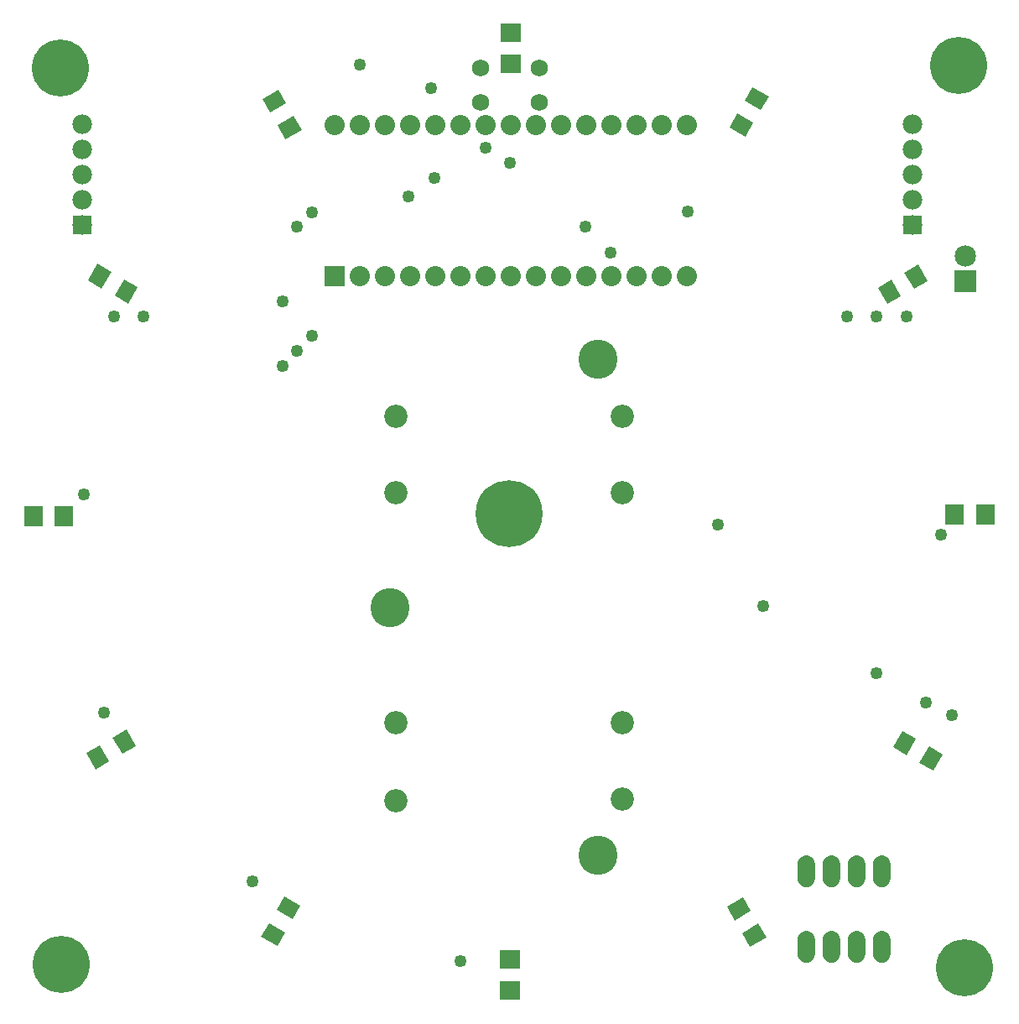
<source format=gbs>
G04 MADE WITH FRITZING*
G04 WWW.FRITZING.ORG*
G04 DOUBLE SIDED*
G04 HOLES PLATED*
G04 CONTOUR ON CENTER OF CONTOUR VECTOR*
%ASAXBY*%
%FSLAX23Y23*%
%MOIN*%
%OFA0B0*%
%SFA1.0B1.0*%
%ADD10C,0.049370*%
%ADD11C,0.085000*%
%ADD12C,0.068189*%
%ADD13C,0.069055*%
%ADD14C,0.080000*%
%ADD15C,0.092677*%
%ADD16C,0.265905*%
%ADD17C,0.155669*%
%ADD18C,0.226535*%
%ADD19C,0.077559*%
%ADD20R,0.085000X0.085000*%
%ADD21R,0.080000X0.079972*%
%ADD22R,0.084803X0.072992*%
%ADD23R,0.077559X0.077559*%
%ADD24R,0.072992X0.084803*%
%ADD25C,0.010000*%
%ADD26R,0.001000X0.001000*%
%LNMASK0*%
G90*
G70*
G54D10*
X3682Y1888D03*
X3726Y1169D03*
G54D11*
X3780Y2892D03*
X3780Y2992D03*
G54D12*
X3147Y250D03*
X3247Y250D03*
X3347Y250D03*
X3447Y250D03*
X3447Y550D03*
X3347Y550D03*
X3247Y550D03*
X3147Y550D03*
G54D10*
X1654Y3660D03*
X1373Y3752D03*
G54D13*
X1851Y3739D03*
X1851Y3605D03*
X1851Y3739D03*
X1851Y3605D03*
X2087Y3739D03*
X2087Y3605D03*
X2087Y3739D03*
X2087Y3605D03*
G54D14*
X1273Y2914D03*
X1373Y2914D03*
X1473Y2914D03*
X1573Y2914D03*
X1673Y2914D03*
X1773Y2914D03*
X1873Y2914D03*
X1973Y2914D03*
X2073Y2914D03*
X2173Y2914D03*
X2273Y2914D03*
X2373Y2914D03*
X2473Y2914D03*
X2573Y2914D03*
X2673Y2914D03*
X1273Y3514D03*
X1373Y3514D03*
X1473Y3514D03*
X1573Y3514D03*
X1673Y3514D03*
X1773Y3514D03*
X1873Y3514D03*
X1973Y3514D03*
X2073Y3514D03*
X2173Y3514D03*
X2273Y3514D03*
X2373Y3514D03*
X2473Y3514D03*
X2573Y3514D03*
X2673Y3514D03*
G54D10*
X1772Y195D03*
X945Y510D03*
X355Y1179D03*
X394Y2754D03*
X512Y2754D03*
X276Y2046D03*
X1123Y2616D03*
X1182Y2676D03*
X1182Y3168D03*
X1123Y3109D03*
X2269Y3110D03*
X2675Y3169D03*
X2974Y1604D03*
X2370Y3008D03*
X3426Y2754D03*
X3544Y2754D03*
X3623Y1219D03*
X3426Y1337D03*
X3308Y2754D03*
X2796Y1927D03*
X1670Y3305D03*
X1969Y3365D03*
X1567Y3230D03*
X1871Y3424D03*
G54D15*
X2415Y2358D03*
X2415Y2055D03*
X1515Y2055D03*
X1515Y2358D03*
X1515Y829D03*
X1515Y1140D03*
X2415Y1140D03*
X2415Y837D03*
G54D16*
X1965Y1971D03*
G54D17*
X2319Y2582D03*
X1492Y1597D03*
X2319Y613D03*
G54D18*
X184Y181D03*
X3751Y3749D03*
X183Y3741D03*
X3776Y167D03*
G54D19*
X269Y3117D03*
X269Y3217D03*
X269Y3317D03*
X269Y3417D03*
X269Y3517D03*
X3569Y3117D03*
X3569Y3217D03*
X3569Y3317D03*
X3569Y3417D03*
X3569Y3517D03*
G54D10*
X1064Y2813D03*
X1064Y2557D03*
G54D20*
X3780Y2892D03*
G54D21*
X1273Y2914D03*
G54D22*
X1973Y3879D03*
X1973Y3757D03*
G54D23*
X269Y3117D03*
X3569Y3117D03*
G54D24*
X75Y1961D03*
X197Y1961D03*
G54D22*
X1969Y77D03*
X1969Y199D03*
G54D24*
X3859Y1967D03*
X3737Y1967D03*
G54D25*
G36*
X292Y2897D02*
X330Y2962D01*
X384Y2930D01*
X347Y2865D01*
X292Y2897D01*
G37*
D02*
G36*
X398Y2836D02*
X435Y2901D01*
X490Y2869D01*
X453Y2804D01*
X398Y2836D01*
G37*
D02*
G36*
X2933Y3665D02*
X2998Y3628D01*
X2967Y3573D01*
X2902Y3611D01*
X2933Y3665D01*
G37*
D02*
G36*
X2872Y3560D02*
X2937Y3522D01*
X2906Y3468D01*
X2841Y3505D01*
X2872Y3560D01*
G37*
D02*
G36*
X3592Y2960D02*
X3629Y2895D01*
X3575Y2864D01*
X3537Y2928D01*
X3592Y2960D01*
G37*
D02*
G36*
X3486Y2899D02*
X3523Y2834D01*
X3469Y2803D01*
X3432Y2867D01*
X3486Y2899D01*
G37*
D02*
G36*
X322Y955D02*
X285Y1019D01*
X339Y1051D01*
X377Y986D01*
X322Y955D01*
G37*
D02*
G36*
X428Y1016D02*
X390Y1080D01*
X445Y1112D01*
X482Y1047D01*
X428Y1016D01*
G37*
D02*
G36*
X1045Y253D02*
X980Y291D01*
X1012Y345D01*
X1076Y308D01*
X1045Y253D01*
G37*
D02*
G36*
X1106Y359D02*
X1041Y396D01*
X1073Y451D01*
X1137Y414D01*
X1106Y359D01*
G37*
D02*
G36*
X2988Y287D02*
X2923Y250D01*
X2892Y304D01*
X2956Y342D01*
X2988Y287D01*
G37*
D02*
G36*
X2927Y393D02*
X2862Y355D01*
X2831Y410D01*
X2895Y447D01*
X2927Y393D01*
G37*
D02*
G36*
X984Y3618D02*
X1049Y3655D01*
X1080Y3601D01*
X1016Y3563D01*
X984Y3618D01*
G37*
D02*
G36*
X1045Y3512D02*
X1110Y3550D01*
X1141Y3495D01*
X1077Y3458D01*
X1045Y3512D01*
G37*
D02*
G36*
X3689Y1015D02*
X3651Y950D01*
X3597Y981D01*
X3634Y1046D01*
X3689Y1015D01*
G37*
D02*
G36*
X3583Y1076D02*
X3546Y1011D01*
X3491Y1042D01*
X3528Y1107D01*
X3583Y1076D01*
G37*
D02*
G54D26*
X3143Y613D02*
X3150Y613D01*
X3243Y613D02*
X3250Y613D01*
X3343Y613D02*
X3350Y613D01*
X3443Y613D02*
X3450Y613D01*
X3138Y612D02*
X3155Y612D01*
X3238Y612D02*
X3255Y612D01*
X3338Y612D02*
X3355Y612D01*
X3438Y612D02*
X3455Y612D01*
X3135Y611D02*
X3158Y611D01*
X3235Y611D02*
X3258Y611D01*
X3335Y611D02*
X3358Y611D01*
X3435Y611D02*
X3458Y611D01*
X3133Y610D02*
X3160Y610D01*
X3233Y610D02*
X3260Y610D01*
X3333Y610D02*
X3360Y610D01*
X3433Y610D02*
X3460Y610D01*
X3131Y609D02*
X3162Y609D01*
X3231Y609D02*
X3262Y609D01*
X3331Y609D02*
X3362Y609D01*
X3431Y609D02*
X3462Y609D01*
X3129Y608D02*
X3164Y608D01*
X3229Y608D02*
X3264Y608D01*
X3329Y608D02*
X3364Y608D01*
X3429Y608D02*
X3464Y608D01*
X3127Y607D02*
X3166Y607D01*
X3227Y607D02*
X3266Y607D01*
X3327Y607D02*
X3366Y607D01*
X3427Y607D02*
X3466Y607D01*
X3126Y606D02*
X3167Y606D01*
X3226Y606D02*
X3267Y606D01*
X3326Y606D02*
X3367Y606D01*
X3426Y606D02*
X3467Y606D01*
X3125Y605D02*
X3168Y605D01*
X3225Y605D02*
X3268Y605D01*
X3325Y605D02*
X3368Y605D01*
X3425Y605D02*
X3468Y605D01*
X3124Y604D02*
X3169Y604D01*
X3224Y604D02*
X3269Y604D01*
X3324Y604D02*
X3369Y604D01*
X3424Y604D02*
X3469Y604D01*
X3123Y603D02*
X3170Y603D01*
X3223Y603D02*
X3270Y603D01*
X3323Y603D02*
X3370Y603D01*
X3423Y603D02*
X3470Y603D01*
X3122Y602D02*
X3171Y602D01*
X3222Y602D02*
X3271Y602D01*
X3322Y602D02*
X3371Y602D01*
X3422Y602D02*
X3471Y602D01*
X3121Y601D02*
X3172Y601D01*
X3221Y601D02*
X3272Y601D01*
X3321Y601D02*
X3372Y601D01*
X3421Y601D02*
X3472Y601D01*
X3120Y600D02*
X3173Y600D01*
X3220Y600D02*
X3273Y600D01*
X3320Y600D02*
X3373Y600D01*
X3420Y600D02*
X3473Y600D01*
X3119Y599D02*
X3174Y599D01*
X3219Y599D02*
X3274Y599D01*
X3319Y599D02*
X3374Y599D01*
X3419Y599D02*
X3474Y599D01*
X3119Y598D02*
X3174Y598D01*
X3219Y598D02*
X3274Y598D01*
X3319Y598D02*
X3374Y598D01*
X3419Y598D02*
X3474Y598D01*
X3118Y597D02*
X3175Y597D01*
X3218Y597D02*
X3275Y597D01*
X3318Y597D02*
X3375Y597D01*
X3418Y597D02*
X3475Y597D01*
X3117Y596D02*
X3175Y596D01*
X3217Y596D02*
X3275Y596D01*
X3317Y596D02*
X3375Y596D01*
X3417Y596D02*
X3475Y596D01*
X3117Y595D02*
X3176Y595D01*
X3217Y595D02*
X3276Y595D01*
X3317Y595D02*
X3376Y595D01*
X3417Y595D02*
X3476Y595D01*
X3116Y594D02*
X3177Y594D01*
X3216Y594D02*
X3277Y594D01*
X3316Y594D02*
X3377Y594D01*
X3416Y594D02*
X3477Y594D01*
X3116Y593D02*
X3177Y593D01*
X3216Y593D02*
X3277Y593D01*
X3316Y593D02*
X3377Y593D01*
X3416Y593D02*
X3477Y593D01*
X3115Y592D02*
X3177Y592D01*
X3215Y592D02*
X3277Y592D01*
X3315Y592D02*
X3377Y592D01*
X3415Y592D02*
X3477Y592D01*
X3115Y591D02*
X3178Y591D01*
X3215Y591D02*
X3278Y591D01*
X3315Y591D02*
X3378Y591D01*
X3415Y591D02*
X3478Y591D01*
X3115Y590D02*
X3178Y590D01*
X3215Y590D02*
X3278Y590D01*
X3315Y590D02*
X3378Y590D01*
X3415Y590D02*
X3478Y590D01*
X3114Y589D02*
X3179Y589D01*
X3214Y589D02*
X3279Y589D01*
X3314Y589D02*
X3379Y589D01*
X3414Y589D02*
X3479Y589D01*
X3114Y588D02*
X3179Y588D01*
X3214Y588D02*
X3279Y588D01*
X3314Y588D02*
X3379Y588D01*
X3414Y588D02*
X3479Y588D01*
X3114Y587D02*
X3179Y587D01*
X3214Y587D02*
X3279Y587D01*
X3314Y587D02*
X3379Y587D01*
X3414Y587D02*
X3479Y587D01*
X3114Y586D02*
X3179Y586D01*
X3214Y586D02*
X3279Y586D01*
X3314Y586D02*
X3379Y586D01*
X3414Y586D02*
X3479Y586D01*
X3113Y585D02*
X3179Y585D01*
X3213Y585D02*
X3279Y585D01*
X3313Y585D02*
X3379Y585D01*
X3413Y585D02*
X3479Y585D01*
X3113Y584D02*
X3180Y584D01*
X3213Y584D02*
X3280Y584D01*
X3313Y584D02*
X3380Y584D01*
X3413Y584D02*
X3480Y584D01*
X3113Y583D02*
X3180Y583D01*
X3213Y583D02*
X3280Y583D01*
X3313Y583D02*
X3380Y583D01*
X3413Y583D02*
X3480Y583D01*
X3113Y582D02*
X3180Y582D01*
X3213Y582D02*
X3280Y582D01*
X3313Y582D02*
X3380Y582D01*
X3413Y582D02*
X3480Y582D01*
X3113Y581D02*
X3180Y581D01*
X3213Y581D02*
X3280Y581D01*
X3313Y581D02*
X3380Y581D01*
X3413Y581D02*
X3480Y581D01*
X3113Y580D02*
X3180Y580D01*
X3213Y580D02*
X3280Y580D01*
X3313Y580D02*
X3380Y580D01*
X3413Y580D02*
X3480Y580D01*
X3113Y579D02*
X3180Y579D01*
X3213Y579D02*
X3280Y579D01*
X3313Y579D02*
X3380Y579D01*
X3413Y579D02*
X3480Y579D01*
X3113Y578D02*
X3180Y578D01*
X3213Y578D02*
X3280Y578D01*
X3313Y578D02*
X3380Y578D01*
X3413Y578D02*
X3480Y578D01*
X3113Y577D02*
X3180Y577D01*
X3213Y577D02*
X3280Y577D01*
X3313Y577D02*
X3380Y577D01*
X3413Y577D02*
X3480Y577D01*
X3113Y576D02*
X3180Y576D01*
X3213Y576D02*
X3280Y576D01*
X3313Y576D02*
X3380Y576D01*
X3413Y576D02*
X3480Y576D01*
X3113Y575D02*
X3180Y575D01*
X3213Y575D02*
X3280Y575D01*
X3313Y575D02*
X3380Y575D01*
X3413Y575D02*
X3480Y575D01*
X3113Y574D02*
X3180Y574D01*
X3213Y574D02*
X3280Y574D01*
X3313Y574D02*
X3380Y574D01*
X3413Y574D02*
X3480Y574D01*
X3113Y573D02*
X3180Y573D01*
X3213Y573D02*
X3280Y573D01*
X3313Y573D02*
X3380Y573D01*
X3413Y573D02*
X3480Y573D01*
X3113Y572D02*
X3180Y572D01*
X3213Y572D02*
X3280Y572D01*
X3313Y572D02*
X3380Y572D01*
X3413Y572D02*
X3480Y572D01*
X3113Y571D02*
X3180Y571D01*
X3213Y571D02*
X3280Y571D01*
X3313Y571D02*
X3380Y571D01*
X3413Y571D02*
X3480Y571D01*
X3113Y570D02*
X3180Y570D01*
X3213Y570D02*
X3280Y570D01*
X3313Y570D02*
X3380Y570D01*
X3413Y570D02*
X3480Y570D01*
X3113Y569D02*
X3180Y569D01*
X3213Y569D02*
X3280Y569D01*
X3313Y569D02*
X3380Y569D01*
X3413Y569D02*
X3480Y569D01*
X3113Y568D02*
X3180Y568D01*
X3213Y568D02*
X3280Y568D01*
X3313Y568D02*
X3380Y568D01*
X3413Y568D02*
X3480Y568D01*
X3113Y567D02*
X3180Y567D01*
X3213Y567D02*
X3280Y567D01*
X3313Y567D02*
X3380Y567D01*
X3413Y567D02*
X3480Y567D01*
X3113Y566D02*
X3180Y566D01*
X3213Y566D02*
X3280Y566D01*
X3313Y566D02*
X3380Y566D01*
X3413Y566D02*
X3480Y566D01*
X3113Y565D02*
X3180Y565D01*
X3213Y565D02*
X3280Y565D01*
X3313Y565D02*
X3380Y565D01*
X3413Y565D02*
X3480Y565D01*
X3113Y564D02*
X3144Y564D01*
X3149Y564D02*
X3180Y564D01*
X3213Y564D02*
X3244Y564D01*
X3249Y564D02*
X3280Y564D01*
X3313Y564D02*
X3344Y564D01*
X3349Y564D02*
X3380Y564D01*
X3413Y564D02*
X3444Y564D01*
X3449Y564D02*
X3480Y564D01*
X3113Y563D02*
X3140Y563D01*
X3153Y563D02*
X3180Y563D01*
X3213Y563D02*
X3240Y563D01*
X3253Y563D02*
X3280Y563D01*
X3313Y563D02*
X3340Y563D01*
X3353Y563D02*
X3380Y563D01*
X3413Y563D02*
X3440Y563D01*
X3453Y563D02*
X3480Y563D01*
X3113Y562D02*
X3138Y562D01*
X3154Y562D02*
X3180Y562D01*
X3213Y562D02*
X3238Y562D01*
X3254Y562D02*
X3280Y562D01*
X3313Y562D02*
X3338Y562D01*
X3354Y562D02*
X3380Y562D01*
X3413Y562D02*
X3438Y562D01*
X3454Y562D02*
X3480Y562D01*
X3113Y561D02*
X3137Y561D01*
X3156Y561D02*
X3180Y561D01*
X3213Y561D02*
X3237Y561D01*
X3256Y561D02*
X3280Y561D01*
X3313Y561D02*
X3337Y561D01*
X3356Y561D02*
X3380Y561D01*
X3413Y561D02*
X3437Y561D01*
X3456Y561D02*
X3480Y561D01*
X3113Y560D02*
X3136Y560D01*
X3157Y560D02*
X3180Y560D01*
X3213Y560D02*
X3236Y560D01*
X3257Y560D02*
X3280Y560D01*
X3313Y560D02*
X3336Y560D01*
X3357Y560D02*
X3380Y560D01*
X3413Y560D02*
X3436Y560D01*
X3457Y560D02*
X3480Y560D01*
X3113Y559D02*
X3135Y559D01*
X3158Y559D02*
X3180Y559D01*
X3213Y559D02*
X3235Y559D01*
X3258Y559D02*
X3280Y559D01*
X3313Y559D02*
X3335Y559D01*
X3358Y559D02*
X3380Y559D01*
X3413Y559D02*
X3435Y559D01*
X3458Y559D02*
X3480Y559D01*
X3113Y558D02*
X3134Y558D01*
X3159Y558D02*
X3180Y558D01*
X3213Y558D02*
X3234Y558D01*
X3259Y558D02*
X3280Y558D01*
X3313Y558D02*
X3334Y558D01*
X3359Y558D02*
X3380Y558D01*
X3413Y558D02*
X3434Y558D01*
X3459Y558D02*
X3480Y558D01*
X3113Y557D02*
X3134Y557D01*
X3159Y557D02*
X3180Y557D01*
X3213Y557D02*
X3234Y557D01*
X3259Y557D02*
X3280Y557D01*
X3313Y557D02*
X3334Y557D01*
X3359Y557D02*
X3380Y557D01*
X3413Y557D02*
X3434Y557D01*
X3459Y557D02*
X3480Y557D01*
X3113Y556D02*
X3133Y556D01*
X3160Y556D02*
X3180Y556D01*
X3213Y556D02*
X3233Y556D01*
X3260Y556D02*
X3280Y556D01*
X3313Y556D02*
X3333Y556D01*
X3360Y556D02*
X3380Y556D01*
X3413Y556D02*
X3433Y556D01*
X3460Y556D02*
X3480Y556D01*
X3113Y555D02*
X3133Y555D01*
X3160Y555D02*
X3180Y555D01*
X3213Y555D02*
X3233Y555D01*
X3260Y555D02*
X3280Y555D01*
X3313Y555D02*
X3333Y555D01*
X3360Y555D02*
X3380Y555D01*
X3413Y555D02*
X3433Y555D01*
X3460Y555D02*
X3480Y555D01*
X3113Y554D02*
X3132Y554D01*
X3161Y554D02*
X3180Y554D01*
X3213Y554D02*
X3232Y554D01*
X3261Y554D02*
X3280Y554D01*
X3313Y554D02*
X3332Y554D01*
X3361Y554D02*
X3380Y554D01*
X3413Y554D02*
X3432Y554D01*
X3461Y554D02*
X3480Y554D01*
X3113Y553D02*
X3132Y553D01*
X3161Y553D02*
X3180Y553D01*
X3213Y553D02*
X3232Y553D01*
X3261Y553D02*
X3280Y553D01*
X3313Y553D02*
X3332Y553D01*
X3361Y553D02*
X3380Y553D01*
X3413Y553D02*
X3432Y553D01*
X3461Y553D02*
X3480Y553D01*
X3113Y552D02*
X3132Y552D01*
X3161Y552D02*
X3180Y552D01*
X3213Y552D02*
X3232Y552D01*
X3261Y552D02*
X3280Y552D01*
X3313Y552D02*
X3332Y552D01*
X3361Y552D02*
X3380Y552D01*
X3413Y552D02*
X3432Y552D01*
X3461Y552D02*
X3480Y552D01*
X3113Y551D02*
X3132Y551D01*
X3161Y551D02*
X3180Y551D01*
X3213Y551D02*
X3232Y551D01*
X3261Y551D02*
X3280Y551D01*
X3313Y551D02*
X3332Y551D01*
X3361Y551D02*
X3380Y551D01*
X3413Y551D02*
X3432Y551D01*
X3461Y551D02*
X3480Y551D01*
X3113Y550D02*
X3132Y550D01*
X3161Y550D02*
X3180Y550D01*
X3213Y550D02*
X3232Y550D01*
X3261Y550D02*
X3280Y550D01*
X3313Y550D02*
X3332Y550D01*
X3361Y550D02*
X3380Y550D01*
X3413Y550D02*
X3432Y550D01*
X3461Y550D02*
X3480Y550D01*
X3113Y549D02*
X3132Y549D01*
X3161Y549D02*
X3180Y549D01*
X3213Y549D02*
X3232Y549D01*
X3261Y549D02*
X3280Y549D01*
X3313Y549D02*
X3332Y549D01*
X3361Y549D02*
X3380Y549D01*
X3413Y549D02*
X3432Y549D01*
X3461Y549D02*
X3480Y549D01*
X3113Y548D02*
X3132Y548D01*
X3161Y548D02*
X3180Y548D01*
X3213Y548D02*
X3232Y548D01*
X3261Y548D02*
X3280Y548D01*
X3313Y548D02*
X3332Y548D01*
X3361Y548D02*
X3380Y548D01*
X3413Y548D02*
X3432Y548D01*
X3461Y548D02*
X3480Y548D01*
X3113Y547D02*
X3132Y547D01*
X3161Y547D02*
X3180Y547D01*
X3213Y547D02*
X3232Y547D01*
X3261Y547D02*
X3280Y547D01*
X3313Y547D02*
X3332Y547D01*
X3361Y547D02*
X3380Y547D01*
X3413Y547D02*
X3432Y547D01*
X3461Y547D02*
X3480Y547D01*
X3113Y546D02*
X3132Y546D01*
X3160Y546D02*
X3180Y546D01*
X3213Y546D02*
X3232Y546D01*
X3260Y546D02*
X3280Y546D01*
X3313Y546D02*
X3332Y546D01*
X3360Y546D02*
X3380Y546D01*
X3413Y546D02*
X3432Y546D01*
X3460Y546D02*
X3480Y546D01*
X3113Y545D02*
X3133Y545D01*
X3160Y545D02*
X3180Y545D01*
X3213Y545D02*
X3233Y545D01*
X3260Y545D02*
X3280Y545D01*
X3313Y545D02*
X3333Y545D01*
X3360Y545D02*
X3380Y545D01*
X3413Y545D02*
X3433Y545D01*
X3460Y545D02*
X3480Y545D01*
X3113Y544D02*
X3133Y544D01*
X3160Y544D02*
X3180Y544D01*
X3213Y544D02*
X3233Y544D01*
X3260Y544D02*
X3280Y544D01*
X3313Y544D02*
X3333Y544D01*
X3360Y544D02*
X3380Y544D01*
X3413Y544D02*
X3433Y544D01*
X3460Y544D02*
X3480Y544D01*
X3113Y543D02*
X3134Y543D01*
X3159Y543D02*
X3180Y543D01*
X3213Y543D02*
X3234Y543D01*
X3259Y543D02*
X3280Y543D01*
X3313Y543D02*
X3334Y543D01*
X3359Y543D02*
X3380Y543D01*
X3413Y543D02*
X3434Y543D01*
X3459Y543D02*
X3480Y543D01*
X3113Y542D02*
X3134Y542D01*
X3159Y542D02*
X3180Y542D01*
X3213Y542D02*
X3234Y542D01*
X3259Y542D02*
X3280Y542D01*
X3313Y542D02*
X3334Y542D01*
X3359Y542D02*
X3380Y542D01*
X3413Y542D02*
X3434Y542D01*
X3459Y542D02*
X3480Y542D01*
X3113Y541D02*
X3135Y541D01*
X3158Y541D02*
X3180Y541D01*
X3213Y541D02*
X3235Y541D01*
X3258Y541D02*
X3280Y541D01*
X3313Y541D02*
X3335Y541D01*
X3358Y541D02*
X3380Y541D01*
X3413Y541D02*
X3435Y541D01*
X3458Y541D02*
X3480Y541D01*
X3113Y540D02*
X3136Y540D01*
X3157Y540D02*
X3180Y540D01*
X3213Y540D02*
X3236Y540D01*
X3257Y540D02*
X3280Y540D01*
X3313Y540D02*
X3336Y540D01*
X3357Y540D02*
X3380Y540D01*
X3413Y540D02*
X3436Y540D01*
X3457Y540D02*
X3480Y540D01*
X3113Y539D02*
X3137Y539D01*
X3156Y539D02*
X3180Y539D01*
X3213Y539D02*
X3237Y539D01*
X3256Y539D02*
X3280Y539D01*
X3313Y539D02*
X3337Y539D01*
X3356Y539D02*
X3380Y539D01*
X3413Y539D02*
X3437Y539D01*
X3456Y539D02*
X3480Y539D01*
X3113Y538D02*
X3139Y538D01*
X3154Y538D02*
X3180Y538D01*
X3213Y538D02*
X3239Y538D01*
X3254Y538D02*
X3280Y538D01*
X3313Y538D02*
X3339Y538D01*
X3354Y538D02*
X3380Y538D01*
X3413Y538D02*
X3439Y538D01*
X3454Y538D02*
X3480Y538D01*
X3113Y537D02*
X3140Y537D01*
X3152Y537D02*
X3180Y537D01*
X3213Y537D02*
X3240Y537D01*
X3252Y537D02*
X3280Y537D01*
X3313Y537D02*
X3340Y537D01*
X3352Y537D02*
X3380Y537D01*
X3413Y537D02*
X3440Y537D01*
X3452Y537D02*
X3480Y537D01*
X3113Y536D02*
X3145Y536D01*
X3147Y536D02*
X3180Y536D01*
X3213Y536D02*
X3245Y536D01*
X3247Y536D02*
X3280Y536D01*
X3313Y536D02*
X3345Y536D01*
X3347Y536D02*
X3380Y536D01*
X3413Y536D02*
X3445Y536D01*
X3447Y536D02*
X3480Y536D01*
X3113Y535D02*
X3180Y535D01*
X3213Y535D02*
X3280Y535D01*
X3313Y535D02*
X3380Y535D01*
X3413Y535D02*
X3480Y535D01*
X3113Y534D02*
X3180Y534D01*
X3213Y534D02*
X3280Y534D01*
X3313Y534D02*
X3380Y534D01*
X3413Y534D02*
X3480Y534D01*
X3113Y533D02*
X3180Y533D01*
X3213Y533D02*
X3280Y533D01*
X3313Y533D02*
X3380Y533D01*
X3413Y533D02*
X3480Y533D01*
X3113Y532D02*
X3180Y532D01*
X3213Y532D02*
X3280Y532D01*
X3313Y532D02*
X3380Y532D01*
X3413Y532D02*
X3480Y532D01*
X3113Y531D02*
X3180Y531D01*
X3213Y531D02*
X3280Y531D01*
X3313Y531D02*
X3380Y531D01*
X3413Y531D02*
X3480Y531D01*
X3113Y530D02*
X3180Y530D01*
X3213Y530D02*
X3280Y530D01*
X3313Y530D02*
X3380Y530D01*
X3413Y530D02*
X3480Y530D01*
X3113Y529D02*
X3180Y529D01*
X3213Y529D02*
X3280Y529D01*
X3313Y529D02*
X3380Y529D01*
X3413Y529D02*
X3480Y529D01*
X3113Y528D02*
X3180Y528D01*
X3213Y528D02*
X3280Y528D01*
X3313Y528D02*
X3380Y528D01*
X3413Y528D02*
X3480Y528D01*
X3113Y527D02*
X3180Y527D01*
X3213Y527D02*
X3280Y527D01*
X3313Y527D02*
X3380Y527D01*
X3413Y527D02*
X3480Y527D01*
X3113Y526D02*
X3180Y526D01*
X3213Y526D02*
X3280Y526D01*
X3313Y526D02*
X3380Y526D01*
X3413Y526D02*
X3480Y526D01*
X3113Y525D02*
X3180Y525D01*
X3213Y525D02*
X3280Y525D01*
X3313Y525D02*
X3380Y525D01*
X3413Y525D02*
X3480Y525D01*
X3113Y524D02*
X3180Y524D01*
X3213Y524D02*
X3280Y524D01*
X3313Y524D02*
X3380Y524D01*
X3413Y524D02*
X3480Y524D01*
X3113Y523D02*
X3180Y523D01*
X3213Y523D02*
X3280Y523D01*
X3313Y523D02*
X3380Y523D01*
X3413Y523D02*
X3480Y523D01*
X3113Y522D02*
X3180Y522D01*
X3213Y522D02*
X3280Y522D01*
X3313Y522D02*
X3380Y522D01*
X3413Y522D02*
X3480Y522D01*
X3113Y521D02*
X3180Y521D01*
X3213Y521D02*
X3280Y521D01*
X3313Y521D02*
X3380Y521D01*
X3413Y521D02*
X3480Y521D01*
X3113Y520D02*
X3180Y520D01*
X3213Y520D02*
X3280Y520D01*
X3313Y520D02*
X3380Y520D01*
X3413Y520D02*
X3480Y520D01*
X3113Y519D02*
X3180Y519D01*
X3213Y519D02*
X3280Y519D01*
X3313Y519D02*
X3380Y519D01*
X3413Y519D02*
X3480Y519D01*
X3113Y518D02*
X3180Y518D01*
X3213Y518D02*
X3280Y518D01*
X3313Y518D02*
X3380Y518D01*
X3413Y518D02*
X3480Y518D01*
X3113Y517D02*
X3180Y517D01*
X3213Y517D02*
X3280Y517D01*
X3313Y517D02*
X3380Y517D01*
X3413Y517D02*
X3480Y517D01*
X3113Y516D02*
X3180Y516D01*
X3213Y516D02*
X3280Y516D01*
X3313Y516D02*
X3380Y516D01*
X3413Y516D02*
X3480Y516D01*
X3113Y515D02*
X3179Y515D01*
X3213Y515D02*
X3279Y515D01*
X3313Y515D02*
X3379Y515D01*
X3413Y515D02*
X3479Y515D01*
X3114Y514D02*
X3179Y514D01*
X3214Y514D02*
X3279Y514D01*
X3314Y514D02*
X3379Y514D01*
X3414Y514D02*
X3479Y514D01*
X3114Y513D02*
X3179Y513D01*
X3214Y513D02*
X3279Y513D01*
X3314Y513D02*
X3379Y513D01*
X3414Y513D02*
X3479Y513D01*
X3114Y512D02*
X3179Y512D01*
X3214Y512D02*
X3279Y512D01*
X3314Y512D02*
X3379Y512D01*
X3414Y512D02*
X3479Y512D01*
X3114Y511D02*
X3178Y511D01*
X3214Y511D02*
X3278Y511D01*
X3314Y511D02*
X3378Y511D01*
X3414Y511D02*
X3478Y511D01*
X3115Y510D02*
X3178Y510D01*
X3215Y510D02*
X3278Y510D01*
X3315Y510D02*
X3378Y510D01*
X3415Y510D02*
X3478Y510D01*
X3115Y509D02*
X3178Y509D01*
X3215Y509D02*
X3278Y509D01*
X3315Y509D02*
X3378Y509D01*
X3415Y509D02*
X3478Y509D01*
X3116Y508D02*
X3177Y508D01*
X3216Y508D02*
X3277Y508D01*
X3316Y508D02*
X3377Y508D01*
X3416Y508D02*
X3477Y508D01*
X3116Y507D02*
X3177Y507D01*
X3216Y507D02*
X3277Y507D01*
X3316Y507D02*
X3377Y507D01*
X3416Y507D02*
X3477Y507D01*
X3116Y506D02*
X3176Y506D01*
X3216Y506D02*
X3276Y506D01*
X3316Y506D02*
X3376Y506D01*
X3416Y506D02*
X3476Y506D01*
X3117Y505D02*
X3176Y505D01*
X3217Y505D02*
X3276Y505D01*
X3317Y505D02*
X3376Y505D01*
X3417Y505D02*
X3476Y505D01*
X3117Y504D02*
X3175Y504D01*
X3217Y504D02*
X3275Y504D01*
X3317Y504D02*
X3375Y504D01*
X3417Y504D02*
X3475Y504D01*
X3118Y503D02*
X3175Y503D01*
X3218Y503D02*
X3275Y503D01*
X3318Y503D02*
X3375Y503D01*
X3418Y503D02*
X3475Y503D01*
X3119Y502D02*
X3174Y502D01*
X3219Y502D02*
X3274Y502D01*
X3319Y502D02*
X3374Y502D01*
X3419Y502D02*
X3474Y502D01*
X3119Y501D02*
X3174Y501D01*
X3219Y501D02*
X3274Y501D01*
X3319Y501D02*
X3374Y501D01*
X3419Y501D02*
X3474Y501D01*
X3120Y500D02*
X3173Y500D01*
X3220Y500D02*
X3273Y500D01*
X3320Y500D02*
X3373Y500D01*
X3420Y500D02*
X3473Y500D01*
X3121Y499D02*
X3172Y499D01*
X3221Y499D02*
X3272Y499D01*
X3321Y499D02*
X3372Y499D01*
X3421Y499D02*
X3472Y499D01*
X3122Y498D02*
X3171Y498D01*
X3222Y498D02*
X3271Y498D01*
X3322Y498D02*
X3371Y498D01*
X3422Y498D02*
X3471Y498D01*
X3123Y497D02*
X3170Y497D01*
X3223Y497D02*
X3270Y497D01*
X3323Y497D02*
X3370Y497D01*
X3423Y497D02*
X3470Y497D01*
X3124Y496D02*
X3169Y496D01*
X3224Y496D02*
X3269Y496D01*
X3324Y496D02*
X3369Y496D01*
X3424Y496D02*
X3469Y496D01*
X3125Y495D02*
X3168Y495D01*
X3225Y495D02*
X3268Y495D01*
X3325Y495D02*
X3368Y495D01*
X3425Y495D02*
X3468Y495D01*
X3126Y494D02*
X3167Y494D01*
X3226Y494D02*
X3267Y494D01*
X3326Y494D02*
X3367Y494D01*
X3426Y494D02*
X3467Y494D01*
X3128Y493D02*
X3165Y493D01*
X3228Y493D02*
X3265Y493D01*
X3328Y493D02*
X3365Y493D01*
X3428Y493D02*
X3465Y493D01*
X3129Y492D02*
X3164Y492D01*
X3229Y492D02*
X3264Y492D01*
X3329Y492D02*
X3364Y492D01*
X3429Y492D02*
X3464Y492D01*
X3131Y491D02*
X3162Y491D01*
X3231Y491D02*
X3262Y491D01*
X3331Y491D02*
X3362Y491D01*
X3431Y491D02*
X3462Y491D01*
X3133Y490D02*
X3160Y490D01*
X3233Y490D02*
X3260Y490D01*
X3333Y490D02*
X3360Y490D01*
X3433Y490D02*
X3460Y490D01*
X3135Y489D02*
X3157Y489D01*
X3235Y489D02*
X3257Y489D01*
X3335Y489D02*
X3357Y489D01*
X3435Y489D02*
X3457Y489D01*
X3139Y488D02*
X3154Y488D01*
X3239Y488D02*
X3254Y488D01*
X3339Y488D02*
X3354Y488D01*
X3439Y488D02*
X3454Y488D01*
X3144Y487D02*
X3149Y487D01*
X3244Y487D02*
X3249Y487D01*
X3344Y487D02*
X3349Y487D01*
X3444Y487D02*
X3449Y487D01*
X3143Y313D02*
X3150Y313D01*
X3243Y313D02*
X3250Y313D01*
X3343Y313D02*
X3350Y313D01*
X3443Y313D02*
X3450Y313D01*
X3138Y312D02*
X3155Y312D01*
X3238Y312D02*
X3255Y312D01*
X3338Y312D02*
X3355Y312D01*
X3438Y312D02*
X3455Y312D01*
X3135Y311D02*
X3158Y311D01*
X3235Y311D02*
X3258Y311D01*
X3335Y311D02*
X3358Y311D01*
X3435Y311D02*
X3458Y311D01*
X3133Y310D02*
X3160Y310D01*
X3233Y310D02*
X3260Y310D01*
X3333Y310D02*
X3360Y310D01*
X3433Y310D02*
X3460Y310D01*
X3131Y309D02*
X3162Y309D01*
X3231Y309D02*
X3262Y309D01*
X3331Y309D02*
X3362Y309D01*
X3431Y309D02*
X3462Y309D01*
X3129Y308D02*
X3164Y308D01*
X3229Y308D02*
X3264Y308D01*
X3329Y308D02*
X3364Y308D01*
X3429Y308D02*
X3464Y308D01*
X3127Y307D02*
X3166Y307D01*
X3227Y307D02*
X3266Y307D01*
X3327Y307D02*
X3366Y307D01*
X3427Y307D02*
X3466Y307D01*
X3126Y306D02*
X3167Y306D01*
X3226Y306D02*
X3267Y306D01*
X3326Y306D02*
X3367Y306D01*
X3426Y306D02*
X3467Y306D01*
X3125Y305D02*
X3168Y305D01*
X3225Y305D02*
X3268Y305D01*
X3325Y305D02*
X3368Y305D01*
X3425Y305D02*
X3468Y305D01*
X3124Y304D02*
X3169Y304D01*
X3224Y304D02*
X3269Y304D01*
X3324Y304D02*
X3369Y304D01*
X3424Y304D02*
X3469Y304D01*
X3123Y303D02*
X3170Y303D01*
X3223Y303D02*
X3270Y303D01*
X3323Y303D02*
X3370Y303D01*
X3423Y303D02*
X3470Y303D01*
X3122Y302D02*
X3171Y302D01*
X3222Y302D02*
X3271Y302D01*
X3322Y302D02*
X3371Y302D01*
X3422Y302D02*
X3471Y302D01*
X3121Y301D02*
X3172Y301D01*
X3221Y301D02*
X3272Y301D01*
X3321Y301D02*
X3372Y301D01*
X3421Y301D02*
X3472Y301D01*
X3120Y300D02*
X3173Y300D01*
X3220Y300D02*
X3273Y300D01*
X3320Y300D02*
X3373Y300D01*
X3420Y300D02*
X3473Y300D01*
X3119Y299D02*
X3174Y299D01*
X3219Y299D02*
X3274Y299D01*
X3319Y299D02*
X3374Y299D01*
X3419Y299D02*
X3474Y299D01*
X3119Y298D02*
X3174Y298D01*
X3219Y298D02*
X3274Y298D01*
X3319Y298D02*
X3374Y298D01*
X3419Y298D02*
X3474Y298D01*
X3118Y297D02*
X3175Y297D01*
X3218Y297D02*
X3275Y297D01*
X3318Y297D02*
X3375Y297D01*
X3418Y297D02*
X3475Y297D01*
X3117Y296D02*
X3175Y296D01*
X3217Y296D02*
X3275Y296D01*
X3317Y296D02*
X3375Y296D01*
X3417Y296D02*
X3475Y296D01*
X3117Y295D02*
X3176Y295D01*
X3217Y295D02*
X3276Y295D01*
X3317Y295D02*
X3376Y295D01*
X3417Y295D02*
X3476Y295D01*
X3116Y294D02*
X3177Y294D01*
X3216Y294D02*
X3277Y294D01*
X3316Y294D02*
X3377Y294D01*
X3416Y294D02*
X3477Y294D01*
X3116Y293D02*
X3177Y293D01*
X3216Y293D02*
X3277Y293D01*
X3316Y293D02*
X3377Y293D01*
X3416Y293D02*
X3477Y293D01*
X3115Y292D02*
X3177Y292D01*
X3215Y292D02*
X3277Y292D01*
X3315Y292D02*
X3377Y292D01*
X3415Y292D02*
X3477Y292D01*
X3115Y291D02*
X3178Y291D01*
X3215Y291D02*
X3278Y291D01*
X3315Y291D02*
X3378Y291D01*
X3415Y291D02*
X3478Y291D01*
X3115Y290D02*
X3178Y290D01*
X3215Y290D02*
X3278Y290D01*
X3315Y290D02*
X3378Y290D01*
X3415Y290D02*
X3478Y290D01*
X3114Y289D02*
X3179Y289D01*
X3214Y289D02*
X3279Y289D01*
X3314Y289D02*
X3379Y289D01*
X3414Y289D02*
X3479Y289D01*
X3114Y288D02*
X3179Y288D01*
X3214Y288D02*
X3279Y288D01*
X3314Y288D02*
X3379Y288D01*
X3414Y288D02*
X3479Y288D01*
X3114Y287D02*
X3179Y287D01*
X3214Y287D02*
X3279Y287D01*
X3314Y287D02*
X3379Y287D01*
X3414Y287D02*
X3479Y287D01*
X3114Y286D02*
X3179Y286D01*
X3214Y286D02*
X3279Y286D01*
X3314Y286D02*
X3379Y286D01*
X3414Y286D02*
X3479Y286D01*
X3113Y285D02*
X3179Y285D01*
X3213Y285D02*
X3279Y285D01*
X3313Y285D02*
X3379Y285D01*
X3413Y285D02*
X3479Y285D01*
X3113Y284D02*
X3180Y284D01*
X3213Y284D02*
X3280Y284D01*
X3313Y284D02*
X3380Y284D01*
X3413Y284D02*
X3480Y284D01*
X3113Y283D02*
X3180Y283D01*
X3213Y283D02*
X3280Y283D01*
X3313Y283D02*
X3380Y283D01*
X3413Y283D02*
X3480Y283D01*
X3113Y282D02*
X3180Y282D01*
X3213Y282D02*
X3280Y282D01*
X3313Y282D02*
X3380Y282D01*
X3413Y282D02*
X3480Y282D01*
X3113Y281D02*
X3180Y281D01*
X3213Y281D02*
X3280Y281D01*
X3313Y281D02*
X3380Y281D01*
X3413Y281D02*
X3480Y281D01*
X3113Y280D02*
X3180Y280D01*
X3213Y280D02*
X3280Y280D01*
X3313Y280D02*
X3380Y280D01*
X3413Y280D02*
X3480Y280D01*
X3113Y279D02*
X3180Y279D01*
X3213Y279D02*
X3280Y279D01*
X3313Y279D02*
X3380Y279D01*
X3413Y279D02*
X3480Y279D01*
X3113Y278D02*
X3180Y278D01*
X3213Y278D02*
X3280Y278D01*
X3313Y278D02*
X3380Y278D01*
X3413Y278D02*
X3480Y278D01*
X3113Y277D02*
X3180Y277D01*
X3213Y277D02*
X3280Y277D01*
X3313Y277D02*
X3380Y277D01*
X3413Y277D02*
X3480Y277D01*
X3113Y276D02*
X3180Y276D01*
X3213Y276D02*
X3280Y276D01*
X3313Y276D02*
X3380Y276D01*
X3413Y276D02*
X3480Y276D01*
X3113Y275D02*
X3180Y275D01*
X3213Y275D02*
X3280Y275D01*
X3313Y275D02*
X3380Y275D01*
X3413Y275D02*
X3480Y275D01*
X3113Y274D02*
X3180Y274D01*
X3213Y274D02*
X3280Y274D01*
X3313Y274D02*
X3380Y274D01*
X3413Y274D02*
X3480Y274D01*
X3113Y273D02*
X3180Y273D01*
X3213Y273D02*
X3280Y273D01*
X3313Y273D02*
X3380Y273D01*
X3413Y273D02*
X3480Y273D01*
X3113Y272D02*
X3180Y272D01*
X3213Y272D02*
X3280Y272D01*
X3313Y272D02*
X3380Y272D01*
X3413Y272D02*
X3480Y272D01*
X3113Y271D02*
X3180Y271D01*
X3213Y271D02*
X3280Y271D01*
X3313Y271D02*
X3380Y271D01*
X3413Y271D02*
X3480Y271D01*
X3113Y270D02*
X3180Y270D01*
X3213Y270D02*
X3280Y270D01*
X3313Y270D02*
X3380Y270D01*
X3413Y270D02*
X3480Y270D01*
X3113Y269D02*
X3180Y269D01*
X3213Y269D02*
X3280Y269D01*
X3313Y269D02*
X3380Y269D01*
X3413Y269D02*
X3480Y269D01*
X3113Y268D02*
X3180Y268D01*
X3213Y268D02*
X3280Y268D01*
X3313Y268D02*
X3380Y268D01*
X3413Y268D02*
X3480Y268D01*
X3113Y267D02*
X3180Y267D01*
X3213Y267D02*
X3280Y267D01*
X3313Y267D02*
X3380Y267D01*
X3413Y267D02*
X3480Y267D01*
X3113Y266D02*
X3180Y266D01*
X3213Y266D02*
X3280Y266D01*
X3313Y266D02*
X3380Y266D01*
X3413Y266D02*
X3480Y266D01*
X3113Y265D02*
X3180Y265D01*
X3213Y265D02*
X3280Y265D01*
X3313Y265D02*
X3380Y265D01*
X3413Y265D02*
X3480Y265D01*
X3113Y264D02*
X3144Y264D01*
X3149Y264D02*
X3180Y264D01*
X3213Y264D02*
X3244Y264D01*
X3249Y264D02*
X3280Y264D01*
X3313Y264D02*
X3344Y264D01*
X3349Y264D02*
X3380Y264D01*
X3413Y264D02*
X3444Y264D01*
X3449Y264D02*
X3480Y264D01*
X3113Y263D02*
X3140Y263D01*
X3153Y263D02*
X3180Y263D01*
X3213Y263D02*
X3240Y263D01*
X3253Y263D02*
X3280Y263D01*
X3313Y263D02*
X3340Y263D01*
X3353Y263D02*
X3380Y263D01*
X3413Y263D02*
X3440Y263D01*
X3453Y263D02*
X3480Y263D01*
X3113Y262D02*
X3138Y262D01*
X3154Y262D02*
X3180Y262D01*
X3213Y262D02*
X3238Y262D01*
X3254Y262D02*
X3280Y262D01*
X3313Y262D02*
X3338Y262D01*
X3354Y262D02*
X3380Y262D01*
X3413Y262D02*
X3438Y262D01*
X3454Y262D02*
X3480Y262D01*
X3113Y261D02*
X3137Y261D01*
X3156Y261D02*
X3180Y261D01*
X3213Y261D02*
X3237Y261D01*
X3256Y261D02*
X3280Y261D01*
X3313Y261D02*
X3337Y261D01*
X3356Y261D02*
X3380Y261D01*
X3413Y261D02*
X3437Y261D01*
X3456Y261D02*
X3480Y261D01*
X3113Y260D02*
X3136Y260D01*
X3157Y260D02*
X3180Y260D01*
X3213Y260D02*
X3236Y260D01*
X3257Y260D02*
X3280Y260D01*
X3313Y260D02*
X3336Y260D01*
X3357Y260D02*
X3380Y260D01*
X3413Y260D02*
X3436Y260D01*
X3457Y260D02*
X3480Y260D01*
X3113Y259D02*
X3135Y259D01*
X3158Y259D02*
X3180Y259D01*
X3213Y259D02*
X3235Y259D01*
X3258Y259D02*
X3280Y259D01*
X3313Y259D02*
X3335Y259D01*
X3358Y259D02*
X3380Y259D01*
X3413Y259D02*
X3435Y259D01*
X3458Y259D02*
X3480Y259D01*
X3113Y258D02*
X3134Y258D01*
X3159Y258D02*
X3180Y258D01*
X3213Y258D02*
X3234Y258D01*
X3259Y258D02*
X3280Y258D01*
X3313Y258D02*
X3334Y258D01*
X3359Y258D02*
X3380Y258D01*
X3413Y258D02*
X3434Y258D01*
X3459Y258D02*
X3480Y258D01*
X3113Y257D02*
X3134Y257D01*
X3159Y257D02*
X3180Y257D01*
X3213Y257D02*
X3234Y257D01*
X3259Y257D02*
X3280Y257D01*
X3313Y257D02*
X3334Y257D01*
X3359Y257D02*
X3380Y257D01*
X3413Y257D02*
X3434Y257D01*
X3459Y257D02*
X3480Y257D01*
X3113Y256D02*
X3133Y256D01*
X3160Y256D02*
X3180Y256D01*
X3213Y256D02*
X3233Y256D01*
X3260Y256D02*
X3280Y256D01*
X3313Y256D02*
X3333Y256D01*
X3360Y256D02*
X3380Y256D01*
X3413Y256D02*
X3433Y256D01*
X3460Y256D02*
X3480Y256D01*
X3113Y255D02*
X3133Y255D01*
X3160Y255D02*
X3180Y255D01*
X3213Y255D02*
X3233Y255D01*
X3260Y255D02*
X3280Y255D01*
X3313Y255D02*
X3333Y255D01*
X3360Y255D02*
X3380Y255D01*
X3413Y255D02*
X3433Y255D01*
X3460Y255D02*
X3480Y255D01*
X3113Y254D02*
X3132Y254D01*
X3161Y254D02*
X3180Y254D01*
X3213Y254D02*
X3232Y254D01*
X3261Y254D02*
X3280Y254D01*
X3313Y254D02*
X3332Y254D01*
X3361Y254D02*
X3380Y254D01*
X3413Y254D02*
X3432Y254D01*
X3461Y254D02*
X3480Y254D01*
X3113Y253D02*
X3132Y253D01*
X3161Y253D02*
X3180Y253D01*
X3213Y253D02*
X3232Y253D01*
X3261Y253D02*
X3280Y253D01*
X3313Y253D02*
X3332Y253D01*
X3361Y253D02*
X3380Y253D01*
X3413Y253D02*
X3432Y253D01*
X3461Y253D02*
X3480Y253D01*
X3113Y252D02*
X3132Y252D01*
X3161Y252D02*
X3180Y252D01*
X3213Y252D02*
X3232Y252D01*
X3261Y252D02*
X3280Y252D01*
X3313Y252D02*
X3332Y252D01*
X3361Y252D02*
X3380Y252D01*
X3413Y252D02*
X3432Y252D01*
X3461Y252D02*
X3480Y252D01*
X3113Y251D02*
X3132Y251D01*
X3161Y251D02*
X3180Y251D01*
X3213Y251D02*
X3232Y251D01*
X3261Y251D02*
X3280Y251D01*
X3313Y251D02*
X3332Y251D01*
X3361Y251D02*
X3380Y251D01*
X3413Y251D02*
X3432Y251D01*
X3461Y251D02*
X3480Y251D01*
X3113Y250D02*
X3132Y250D01*
X3161Y250D02*
X3180Y250D01*
X3213Y250D02*
X3232Y250D01*
X3261Y250D02*
X3280Y250D01*
X3313Y250D02*
X3332Y250D01*
X3361Y250D02*
X3380Y250D01*
X3413Y250D02*
X3432Y250D01*
X3461Y250D02*
X3480Y250D01*
X3113Y249D02*
X3132Y249D01*
X3161Y249D02*
X3180Y249D01*
X3213Y249D02*
X3232Y249D01*
X3261Y249D02*
X3280Y249D01*
X3313Y249D02*
X3332Y249D01*
X3361Y249D02*
X3380Y249D01*
X3413Y249D02*
X3432Y249D01*
X3461Y249D02*
X3480Y249D01*
X3113Y248D02*
X3132Y248D01*
X3161Y248D02*
X3180Y248D01*
X3213Y248D02*
X3232Y248D01*
X3261Y248D02*
X3280Y248D01*
X3313Y248D02*
X3332Y248D01*
X3361Y248D02*
X3380Y248D01*
X3413Y248D02*
X3432Y248D01*
X3461Y248D02*
X3480Y248D01*
X3113Y247D02*
X3132Y247D01*
X3161Y247D02*
X3180Y247D01*
X3213Y247D02*
X3232Y247D01*
X3261Y247D02*
X3280Y247D01*
X3313Y247D02*
X3332Y247D01*
X3361Y247D02*
X3380Y247D01*
X3413Y247D02*
X3432Y247D01*
X3461Y247D02*
X3480Y247D01*
X3113Y246D02*
X3132Y246D01*
X3160Y246D02*
X3180Y246D01*
X3213Y246D02*
X3232Y246D01*
X3260Y246D02*
X3280Y246D01*
X3313Y246D02*
X3332Y246D01*
X3360Y246D02*
X3380Y246D01*
X3413Y246D02*
X3432Y246D01*
X3460Y246D02*
X3480Y246D01*
X3113Y245D02*
X3133Y245D01*
X3160Y245D02*
X3180Y245D01*
X3213Y245D02*
X3233Y245D01*
X3260Y245D02*
X3280Y245D01*
X3313Y245D02*
X3333Y245D01*
X3360Y245D02*
X3380Y245D01*
X3413Y245D02*
X3433Y245D01*
X3460Y245D02*
X3480Y245D01*
X3113Y244D02*
X3133Y244D01*
X3160Y244D02*
X3180Y244D01*
X3213Y244D02*
X3233Y244D01*
X3260Y244D02*
X3280Y244D01*
X3313Y244D02*
X3333Y244D01*
X3360Y244D02*
X3380Y244D01*
X3413Y244D02*
X3433Y244D01*
X3460Y244D02*
X3480Y244D01*
X3113Y243D02*
X3134Y243D01*
X3159Y243D02*
X3180Y243D01*
X3213Y243D02*
X3234Y243D01*
X3259Y243D02*
X3280Y243D01*
X3313Y243D02*
X3334Y243D01*
X3359Y243D02*
X3380Y243D01*
X3413Y243D02*
X3434Y243D01*
X3459Y243D02*
X3480Y243D01*
X3113Y242D02*
X3134Y242D01*
X3159Y242D02*
X3180Y242D01*
X3213Y242D02*
X3234Y242D01*
X3259Y242D02*
X3280Y242D01*
X3313Y242D02*
X3334Y242D01*
X3359Y242D02*
X3380Y242D01*
X3413Y242D02*
X3434Y242D01*
X3459Y242D02*
X3480Y242D01*
X3113Y241D02*
X3135Y241D01*
X3158Y241D02*
X3180Y241D01*
X3213Y241D02*
X3235Y241D01*
X3258Y241D02*
X3280Y241D01*
X3313Y241D02*
X3335Y241D01*
X3358Y241D02*
X3380Y241D01*
X3413Y241D02*
X3435Y241D01*
X3458Y241D02*
X3480Y241D01*
X3113Y240D02*
X3136Y240D01*
X3157Y240D02*
X3180Y240D01*
X3213Y240D02*
X3236Y240D01*
X3257Y240D02*
X3280Y240D01*
X3313Y240D02*
X3336Y240D01*
X3357Y240D02*
X3380Y240D01*
X3413Y240D02*
X3436Y240D01*
X3457Y240D02*
X3480Y240D01*
X3113Y239D02*
X3137Y239D01*
X3156Y239D02*
X3180Y239D01*
X3213Y239D02*
X3237Y239D01*
X3256Y239D02*
X3280Y239D01*
X3313Y239D02*
X3337Y239D01*
X3356Y239D02*
X3380Y239D01*
X3413Y239D02*
X3437Y239D01*
X3456Y239D02*
X3480Y239D01*
X3113Y238D02*
X3139Y238D01*
X3154Y238D02*
X3180Y238D01*
X3213Y238D02*
X3239Y238D01*
X3254Y238D02*
X3280Y238D01*
X3313Y238D02*
X3339Y238D01*
X3354Y238D02*
X3380Y238D01*
X3413Y238D02*
X3439Y238D01*
X3454Y238D02*
X3480Y238D01*
X3113Y237D02*
X3140Y237D01*
X3152Y237D02*
X3180Y237D01*
X3213Y237D02*
X3240Y237D01*
X3252Y237D02*
X3280Y237D01*
X3313Y237D02*
X3340Y237D01*
X3352Y237D02*
X3380Y237D01*
X3413Y237D02*
X3440Y237D01*
X3452Y237D02*
X3480Y237D01*
X3113Y236D02*
X3145Y236D01*
X3147Y236D02*
X3180Y236D01*
X3213Y236D02*
X3245Y236D01*
X3247Y236D02*
X3280Y236D01*
X3313Y236D02*
X3345Y236D01*
X3347Y236D02*
X3380Y236D01*
X3413Y236D02*
X3445Y236D01*
X3447Y236D02*
X3480Y236D01*
X3113Y235D02*
X3180Y235D01*
X3213Y235D02*
X3280Y235D01*
X3313Y235D02*
X3380Y235D01*
X3413Y235D02*
X3480Y235D01*
X3113Y234D02*
X3180Y234D01*
X3213Y234D02*
X3280Y234D01*
X3313Y234D02*
X3380Y234D01*
X3413Y234D02*
X3480Y234D01*
X3113Y233D02*
X3180Y233D01*
X3213Y233D02*
X3280Y233D01*
X3313Y233D02*
X3380Y233D01*
X3413Y233D02*
X3480Y233D01*
X3113Y232D02*
X3180Y232D01*
X3213Y232D02*
X3280Y232D01*
X3313Y232D02*
X3380Y232D01*
X3413Y232D02*
X3480Y232D01*
X3113Y231D02*
X3180Y231D01*
X3213Y231D02*
X3280Y231D01*
X3313Y231D02*
X3380Y231D01*
X3413Y231D02*
X3480Y231D01*
X3113Y230D02*
X3180Y230D01*
X3213Y230D02*
X3280Y230D01*
X3313Y230D02*
X3380Y230D01*
X3413Y230D02*
X3480Y230D01*
X3113Y229D02*
X3180Y229D01*
X3213Y229D02*
X3280Y229D01*
X3313Y229D02*
X3380Y229D01*
X3413Y229D02*
X3480Y229D01*
X3113Y228D02*
X3180Y228D01*
X3213Y228D02*
X3280Y228D01*
X3313Y228D02*
X3380Y228D01*
X3413Y228D02*
X3480Y228D01*
X3113Y227D02*
X3180Y227D01*
X3213Y227D02*
X3280Y227D01*
X3313Y227D02*
X3380Y227D01*
X3413Y227D02*
X3480Y227D01*
X3113Y226D02*
X3180Y226D01*
X3213Y226D02*
X3280Y226D01*
X3313Y226D02*
X3380Y226D01*
X3413Y226D02*
X3480Y226D01*
X3113Y225D02*
X3180Y225D01*
X3213Y225D02*
X3280Y225D01*
X3313Y225D02*
X3380Y225D01*
X3413Y225D02*
X3480Y225D01*
X3113Y224D02*
X3180Y224D01*
X3213Y224D02*
X3280Y224D01*
X3313Y224D02*
X3380Y224D01*
X3413Y224D02*
X3480Y224D01*
X3113Y223D02*
X3180Y223D01*
X3213Y223D02*
X3280Y223D01*
X3313Y223D02*
X3380Y223D01*
X3413Y223D02*
X3480Y223D01*
X3113Y222D02*
X3180Y222D01*
X3213Y222D02*
X3280Y222D01*
X3313Y222D02*
X3380Y222D01*
X3413Y222D02*
X3480Y222D01*
X3113Y221D02*
X3180Y221D01*
X3213Y221D02*
X3280Y221D01*
X3313Y221D02*
X3380Y221D01*
X3413Y221D02*
X3480Y221D01*
X3113Y220D02*
X3180Y220D01*
X3213Y220D02*
X3280Y220D01*
X3313Y220D02*
X3380Y220D01*
X3413Y220D02*
X3480Y220D01*
X3113Y219D02*
X3180Y219D01*
X3213Y219D02*
X3280Y219D01*
X3313Y219D02*
X3380Y219D01*
X3413Y219D02*
X3480Y219D01*
X3113Y218D02*
X3180Y218D01*
X3213Y218D02*
X3280Y218D01*
X3313Y218D02*
X3380Y218D01*
X3413Y218D02*
X3480Y218D01*
X3113Y217D02*
X3180Y217D01*
X3213Y217D02*
X3280Y217D01*
X3313Y217D02*
X3380Y217D01*
X3413Y217D02*
X3480Y217D01*
X3113Y216D02*
X3180Y216D01*
X3213Y216D02*
X3280Y216D01*
X3313Y216D02*
X3380Y216D01*
X3413Y216D02*
X3480Y216D01*
X3113Y215D02*
X3179Y215D01*
X3213Y215D02*
X3279Y215D01*
X3313Y215D02*
X3379Y215D01*
X3413Y215D02*
X3479Y215D01*
X3114Y214D02*
X3179Y214D01*
X3214Y214D02*
X3279Y214D01*
X3314Y214D02*
X3379Y214D01*
X3414Y214D02*
X3479Y214D01*
X3114Y213D02*
X3179Y213D01*
X3214Y213D02*
X3279Y213D01*
X3314Y213D02*
X3379Y213D01*
X3414Y213D02*
X3479Y213D01*
X3114Y212D02*
X3179Y212D01*
X3214Y212D02*
X3279Y212D01*
X3314Y212D02*
X3379Y212D01*
X3414Y212D02*
X3479Y212D01*
X3114Y211D02*
X3178Y211D01*
X3214Y211D02*
X3278Y211D01*
X3314Y211D02*
X3378Y211D01*
X3414Y211D02*
X3478Y211D01*
X3115Y210D02*
X3178Y210D01*
X3215Y210D02*
X3278Y210D01*
X3315Y210D02*
X3378Y210D01*
X3415Y210D02*
X3478Y210D01*
X3115Y209D02*
X3178Y209D01*
X3215Y209D02*
X3278Y209D01*
X3315Y209D02*
X3378Y209D01*
X3415Y209D02*
X3478Y209D01*
X3116Y208D02*
X3177Y208D01*
X3216Y208D02*
X3277Y208D01*
X3316Y208D02*
X3377Y208D01*
X3416Y208D02*
X3477Y208D01*
X3116Y207D02*
X3177Y207D01*
X3216Y207D02*
X3277Y207D01*
X3316Y207D02*
X3377Y207D01*
X3416Y207D02*
X3477Y207D01*
X3116Y206D02*
X3176Y206D01*
X3216Y206D02*
X3276Y206D01*
X3316Y206D02*
X3376Y206D01*
X3416Y206D02*
X3476Y206D01*
X3117Y205D02*
X3176Y205D01*
X3217Y205D02*
X3276Y205D01*
X3317Y205D02*
X3376Y205D01*
X3417Y205D02*
X3476Y205D01*
X3117Y204D02*
X3175Y204D01*
X3217Y204D02*
X3275Y204D01*
X3317Y204D02*
X3375Y204D01*
X3417Y204D02*
X3475Y204D01*
X3118Y203D02*
X3175Y203D01*
X3218Y203D02*
X3275Y203D01*
X3318Y203D02*
X3375Y203D01*
X3418Y203D02*
X3475Y203D01*
X3119Y202D02*
X3174Y202D01*
X3219Y202D02*
X3274Y202D01*
X3319Y202D02*
X3374Y202D01*
X3419Y202D02*
X3474Y202D01*
X3119Y201D02*
X3174Y201D01*
X3219Y201D02*
X3274Y201D01*
X3319Y201D02*
X3374Y201D01*
X3419Y201D02*
X3474Y201D01*
X3120Y200D02*
X3173Y200D01*
X3220Y200D02*
X3273Y200D01*
X3320Y200D02*
X3373Y200D01*
X3420Y200D02*
X3473Y200D01*
X3121Y199D02*
X3172Y199D01*
X3221Y199D02*
X3272Y199D01*
X3321Y199D02*
X3372Y199D01*
X3421Y199D02*
X3472Y199D01*
X3122Y198D02*
X3171Y198D01*
X3222Y198D02*
X3271Y198D01*
X3322Y198D02*
X3371Y198D01*
X3422Y198D02*
X3471Y198D01*
X3123Y197D02*
X3170Y197D01*
X3223Y197D02*
X3270Y197D01*
X3323Y197D02*
X3370Y197D01*
X3423Y197D02*
X3470Y197D01*
X3124Y196D02*
X3169Y196D01*
X3224Y196D02*
X3269Y196D01*
X3324Y196D02*
X3369Y196D01*
X3424Y196D02*
X3469Y196D01*
X3125Y195D02*
X3168Y195D01*
X3225Y195D02*
X3268Y195D01*
X3325Y195D02*
X3368Y195D01*
X3425Y195D02*
X3468Y195D01*
X3126Y194D02*
X3167Y194D01*
X3226Y194D02*
X3267Y194D01*
X3326Y194D02*
X3367Y194D01*
X3426Y194D02*
X3467Y194D01*
X3128Y193D02*
X3165Y193D01*
X3228Y193D02*
X3265Y193D01*
X3328Y193D02*
X3365Y193D01*
X3428Y193D02*
X3465Y193D01*
X3129Y192D02*
X3164Y192D01*
X3229Y192D02*
X3264Y192D01*
X3329Y192D02*
X3364Y192D01*
X3429Y192D02*
X3464Y192D01*
X3131Y191D02*
X3162Y191D01*
X3231Y191D02*
X3262Y191D01*
X3331Y191D02*
X3362Y191D01*
X3431Y191D02*
X3462Y191D01*
X3133Y190D02*
X3160Y190D01*
X3233Y190D02*
X3260Y190D01*
X3333Y190D02*
X3360Y190D01*
X3433Y190D02*
X3460Y190D01*
X3135Y189D02*
X3157Y189D01*
X3235Y189D02*
X3257Y189D01*
X3335Y189D02*
X3357Y189D01*
X3435Y189D02*
X3457Y189D01*
X3139Y188D02*
X3154Y188D01*
X3239Y188D02*
X3254Y188D01*
X3339Y188D02*
X3354Y188D01*
X3439Y188D02*
X3454Y188D01*
X3144Y187D02*
X3149Y187D01*
X3244Y187D02*
X3249Y187D01*
X3344Y187D02*
X3349Y187D01*
X3444Y187D02*
X3449Y187D01*
D02*
G04 End of Mask0*
M02*
</source>
